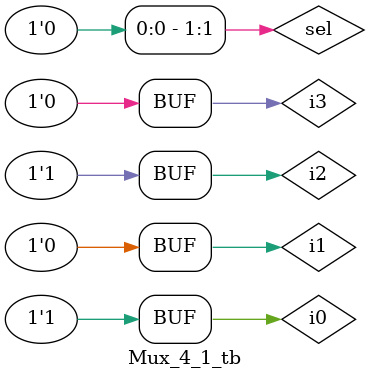
<source format=v>
module mux_4_1(
  input [1:0] sel,
  input  i0,i1,i2,i3,
  output reg y);
    
  always @(*) begin
    case(sel)
      2'h0: y = i0;
      2'h1: y = i1;
      2'h2: y = i2;
      2'h3: y = i3;
      default: $display("Invalid sel input");
    endcase
  end
endmodule

module Mux_4_1_tb;
  reg [1:0] sel;
  reg i0,i1,i2,i3;
  wire y;
  
  mux_example mux(sel, i0, i1, i2, i3, y);
  
  initial begin
    $monitor("sel = %b -> i3 = %0b, i2 = %0b ,i1 = %0b, i0 = %0b -> y = %0b", sel,i3,i2,i1,i0, y);
    {i3,i2,i1,i0} = 4'h5;
    repeat(6) begin
      sel = $random;
      #5;
    end
  end
endmodule

</source>
